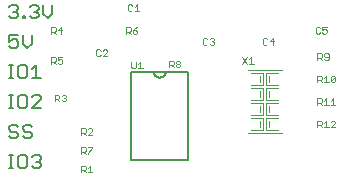
<source format=gtl>
G75*
%MOIN*%
%OFA0B0*%
%FSLAX25Y25*%
%IPPOS*%
%LPD*%
%AMOC8*
5,1,8,0,0,1.08239X$1,22.5*
%
%ADD10C,0.00200*%
%ADD11C,0.00500*%
%ADD12C,0.00400*%
D10*
X0054350Y0013150D02*
X0054350Y0015352D01*
X0055451Y0015352D01*
X0055818Y0014985D01*
X0055818Y0014251D01*
X0055451Y0013884D01*
X0054350Y0013884D01*
X0055084Y0013884D02*
X0055818Y0013150D01*
X0056560Y0013150D02*
X0058028Y0013150D01*
X0057294Y0013150D02*
X0057294Y0015352D01*
X0056560Y0014618D01*
X0056560Y0019400D02*
X0056560Y0019767D01*
X0058028Y0021235D01*
X0058028Y0021602D01*
X0056560Y0021602D01*
X0055818Y0021235D02*
X0055818Y0020501D01*
X0055451Y0020134D01*
X0054350Y0020134D01*
X0055084Y0020134D02*
X0055818Y0019400D01*
X0054350Y0019400D02*
X0054350Y0021602D01*
X0055451Y0021602D01*
X0055818Y0021235D01*
X0055818Y0025650D02*
X0055084Y0026384D01*
X0055451Y0026384D02*
X0054350Y0026384D01*
X0054350Y0025650D02*
X0054350Y0027852D01*
X0055451Y0027852D01*
X0055818Y0027485D01*
X0055818Y0026751D01*
X0055451Y0026384D01*
X0056560Y0025650D02*
X0058028Y0027118D01*
X0058028Y0027485D01*
X0057661Y0027852D01*
X0056927Y0027852D01*
X0056560Y0027485D01*
X0056560Y0025650D02*
X0058028Y0025650D01*
X0048911Y0036900D02*
X0048177Y0036900D01*
X0047810Y0037267D01*
X0047068Y0036900D02*
X0046334Y0037634D01*
X0046701Y0037634D02*
X0045600Y0037634D01*
X0045600Y0036900D02*
X0045600Y0039102D01*
X0046701Y0039102D01*
X0047068Y0038735D01*
X0047068Y0038001D01*
X0046701Y0037634D01*
X0047810Y0038735D02*
X0048177Y0039102D01*
X0048911Y0039102D01*
X0049278Y0038735D01*
X0049278Y0038368D01*
X0048911Y0038001D01*
X0049278Y0037634D01*
X0049278Y0037267D01*
X0048911Y0036900D01*
X0048911Y0038001D02*
X0048544Y0038001D01*
X0071100Y0048267D02*
X0071467Y0047900D01*
X0072201Y0047900D01*
X0072568Y0048267D01*
X0072568Y0050102D01*
X0073310Y0049368D02*
X0074044Y0050102D01*
X0074044Y0047900D01*
X0073310Y0047900D02*
X0074778Y0047900D01*
X0071100Y0048267D02*
X0071100Y0050102D01*
X0063008Y0051941D02*
X0061540Y0051941D01*
X0063008Y0053409D01*
X0063008Y0053776D01*
X0062641Y0054143D01*
X0061907Y0054143D01*
X0061540Y0053776D01*
X0060798Y0053776D02*
X0060431Y0054143D01*
X0059697Y0054143D01*
X0059330Y0053776D01*
X0059330Y0052308D01*
X0059697Y0051941D01*
X0060431Y0051941D01*
X0060798Y0052308D01*
X0048028Y0051602D02*
X0046560Y0051602D01*
X0046560Y0050501D01*
X0047294Y0050868D01*
X0047661Y0050868D01*
X0048028Y0050501D01*
X0048028Y0049767D01*
X0047661Y0049400D01*
X0046927Y0049400D01*
X0046560Y0049767D01*
X0045818Y0049400D02*
X0045084Y0050134D01*
X0045451Y0050134D02*
X0044350Y0050134D01*
X0044350Y0049400D02*
X0044350Y0051602D01*
X0045451Y0051602D01*
X0045818Y0051235D01*
X0045818Y0050501D01*
X0045451Y0050134D01*
X0045818Y0059400D02*
X0045084Y0060134D01*
X0045451Y0060134D02*
X0044350Y0060134D01*
X0044350Y0059400D02*
X0044350Y0061602D01*
X0045451Y0061602D01*
X0045818Y0061235D01*
X0045818Y0060501D01*
X0045451Y0060134D01*
X0046560Y0060501D02*
X0048028Y0060501D01*
X0047661Y0061602D02*
X0046560Y0060501D01*
X0047661Y0059400D02*
X0047661Y0061602D01*
X0069350Y0061602D02*
X0069350Y0059400D01*
X0069350Y0060134D02*
X0070451Y0060134D01*
X0070818Y0060501D01*
X0070818Y0061235D01*
X0070451Y0061602D01*
X0069350Y0061602D01*
X0071560Y0060501D02*
X0072661Y0060501D01*
X0073028Y0060134D01*
X0073028Y0059767D01*
X0072661Y0059400D01*
X0071927Y0059400D01*
X0071560Y0059767D01*
X0071560Y0060501D01*
X0072294Y0061235D01*
X0073028Y0061602D01*
X0070818Y0059400D02*
X0070084Y0060134D01*
X0070317Y0066959D02*
X0071051Y0066959D01*
X0071418Y0067326D01*
X0072160Y0066959D02*
X0073628Y0066959D01*
X0072894Y0066959D02*
X0072894Y0069161D01*
X0072160Y0068427D01*
X0071418Y0068794D02*
X0071051Y0069161D01*
X0070317Y0069161D01*
X0069950Y0068794D01*
X0069950Y0067326D01*
X0070317Y0066959D01*
X0094950Y0057544D02*
X0094950Y0056076D01*
X0095317Y0055709D01*
X0096051Y0055709D01*
X0096418Y0056076D01*
X0097160Y0056076D02*
X0097527Y0055709D01*
X0098261Y0055709D01*
X0098628Y0056076D01*
X0098628Y0056443D01*
X0098261Y0056810D01*
X0097894Y0056810D01*
X0098261Y0056810D02*
X0098628Y0057177D01*
X0098628Y0057544D01*
X0098261Y0057911D01*
X0097527Y0057911D01*
X0097160Y0057544D01*
X0096418Y0057544D02*
X0096051Y0057911D01*
X0095317Y0057911D01*
X0094950Y0057544D01*
X0108100Y0051602D02*
X0109568Y0049400D01*
X0110310Y0049400D02*
X0111778Y0049400D01*
X0111044Y0049400D02*
X0111044Y0051602D01*
X0110310Y0050868D01*
X0109568Y0051602D02*
X0108100Y0049400D01*
X0114950Y0056076D02*
X0115317Y0055709D01*
X0116051Y0055709D01*
X0116418Y0056076D01*
X0117160Y0056810D02*
X0118628Y0056810D01*
X0118261Y0057911D02*
X0117160Y0056810D01*
X0116418Y0057544D02*
X0116051Y0057911D01*
X0115317Y0057911D01*
X0114950Y0057544D01*
X0114950Y0056076D01*
X0118261Y0055709D02*
X0118261Y0057911D01*
X0132450Y0059826D02*
X0132817Y0059459D01*
X0133551Y0059459D01*
X0133918Y0059826D01*
X0134660Y0059826D02*
X0135027Y0059459D01*
X0135761Y0059459D01*
X0136128Y0059826D01*
X0136128Y0060560D01*
X0135761Y0060927D01*
X0135394Y0060927D01*
X0134660Y0060560D01*
X0134660Y0061661D01*
X0136128Y0061661D01*
X0133918Y0061294D02*
X0133551Y0061661D01*
X0132817Y0061661D01*
X0132450Y0061294D01*
X0132450Y0059826D01*
X0133100Y0052852D02*
X0134201Y0052852D01*
X0134568Y0052485D01*
X0134568Y0051751D01*
X0134201Y0051384D01*
X0133100Y0051384D01*
X0133834Y0051384D02*
X0134568Y0050650D01*
X0135310Y0051017D02*
X0135677Y0050650D01*
X0136411Y0050650D01*
X0136778Y0051017D01*
X0136778Y0052485D01*
X0136411Y0052852D01*
X0135677Y0052852D01*
X0135310Y0052485D01*
X0135310Y0052118D01*
X0135677Y0051751D01*
X0136778Y0051751D01*
X0133100Y0050650D02*
X0133100Y0052852D01*
X0133100Y0045352D02*
X0134201Y0045352D01*
X0134568Y0044985D01*
X0134568Y0044251D01*
X0134201Y0043884D01*
X0133100Y0043884D01*
X0133834Y0043884D02*
X0134568Y0043150D01*
X0135310Y0043150D02*
X0136778Y0043150D01*
X0136044Y0043150D02*
X0136044Y0045352D01*
X0135310Y0044618D01*
X0133100Y0045352D02*
X0133100Y0043150D01*
X0137520Y0043517D02*
X0137520Y0044985D01*
X0137887Y0045352D01*
X0138621Y0045352D01*
X0138988Y0044985D01*
X0137520Y0043517D01*
X0137887Y0043150D01*
X0138621Y0043150D01*
X0138988Y0043517D01*
X0138988Y0044985D01*
X0138254Y0037852D02*
X0138254Y0035650D01*
X0137520Y0035650D02*
X0138988Y0035650D01*
X0137520Y0037118D02*
X0138254Y0037852D01*
X0136044Y0037852D02*
X0136044Y0035650D01*
X0135310Y0035650D02*
X0136778Y0035650D01*
X0134568Y0035650D02*
X0133834Y0036384D01*
X0134201Y0036384D02*
X0133100Y0036384D01*
X0133100Y0035650D02*
X0133100Y0037852D01*
X0134201Y0037852D01*
X0134568Y0037485D01*
X0134568Y0036751D01*
X0134201Y0036384D01*
X0135310Y0037118D02*
X0136044Y0037852D01*
X0136044Y0030352D02*
X0136044Y0028150D01*
X0135310Y0028150D02*
X0136778Y0028150D01*
X0137520Y0028150D02*
X0138988Y0029618D01*
X0138988Y0029985D01*
X0138621Y0030352D01*
X0137887Y0030352D01*
X0137520Y0029985D01*
X0136044Y0030352D02*
X0135310Y0029618D01*
X0134568Y0029985D02*
X0134568Y0029251D01*
X0134201Y0028884D01*
X0133100Y0028884D01*
X0133834Y0028884D02*
X0134568Y0028150D01*
X0133100Y0028150D02*
X0133100Y0030352D01*
X0134201Y0030352D01*
X0134568Y0029985D01*
X0137520Y0028150D02*
X0138988Y0028150D01*
X0087358Y0048617D02*
X0086991Y0048250D01*
X0086257Y0048250D01*
X0085890Y0048617D01*
X0085890Y0048984D01*
X0086257Y0049351D01*
X0086991Y0049351D01*
X0087358Y0048984D01*
X0087358Y0048617D01*
X0086991Y0049351D02*
X0087358Y0049718D01*
X0087358Y0050085D01*
X0086991Y0050452D01*
X0086257Y0050452D01*
X0085890Y0050085D01*
X0085890Y0049718D01*
X0086257Y0049351D01*
X0085148Y0049351D02*
X0084781Y0048984D01*
X0083680Y0048984D01*
X0083680Y0048250D02*
X0083680Y0050452D01*
X0084781Y0050452D01*
X0085148Y0050085D01*
X0085148Y0049351D01*
X0084414Y0048984D02*
X0085148Y0048250D01*
D11*
X0031751Y0014550D02*
X0030250Y0014550D01*
X0031001Y0014550D02*
X0031001Y0019054D01*
X0031751Y0019054D02*
X0030250Y0019054D01*
X0033319Y0018303D02*
X0033319Y0015301D01*
X0034070Y0014550D01*
X0035571Y0014550D01*
X0036322Y0015301D01*
X0036322Y0018303D01*
X0035571Y0019054D01*
X0034070Y0019054D01*
X0033319Y0018303D01*
X0037923Y0018303D02*
X0038674Y0019054D01*
X0040175Y0019054D01*
X0040926Y0018303D01*
X0040926Y0017553D01*
X0040175Y0016802D01*
X0040926Y0016051D01*
X0040926Y0015301D01*
X0040175Y0014550D01*
X0038674Y0014550D01*
X0037923Y0015301D01*
X0039424Y0016802D02*
X0040175Y0016802D01*
X0037106Y0024550D02*
X0035605Y0024550D01*
X0034854Y0025301D01*
X0033253Y0025301D02*
X0032502Y0024550D01*
X0031001Y0024550D01*
X0030250Y0025301D01*
X0031001Y0026802D02*
X0032502Y0026802D01*
X0033253Y0026051D01*
X0033253Y0025301D01*
X0031001Y0026802D02*
X0030250Y0027553D01*
X0030250Y0028303D01*
X0031001Y0029054D01*
X0032502Y0029054D01*
X0033253Y0028303D01*
X0034854Y0028303D02*
X0034854Y0027553D01*
X0035605Y0026802D01*
X0037106Y0026802D01*
X0037856Y0026051D01*
X0037856Y0025301D01*
X0037106Y0024550D01*
X0037856Y0028303D02*
X0037106Y0029054D01*
X0035605Y0029054D01*
X0034854Y0028303D01*
X0035571Y0034550D02*
X0034070Y0034550D01*
X0033319Y0035301D01*
X0033319Y0038303D01*
X0034070Y0039054D01*
X0035571Y0039054D01*
X0036322Y0038303D01*
X0036322Y0035301D01*
X0035571Y0034550D01*
X0037923Y0034550D02*
X0040926Y0037553D01*
X0040926Y0038303D01*
X0040175Y0039054D01*
X0038674Y0039054D01*
X0037923Y0038303D01*
X0031751Y0039054D02*
X0030250Y0039054D01*
X0031001Y0039054D02*
X0031001Y0034550D01*
X0031751Y0034550D02*
X0030250Y0034550D01*
X0037923Y0034550D02*
X0040926Y0034550D01*
X0040926Y0044550D02*
X0037923Y0044550D01*
X0039424Y0044550D02*
X0039424Y0049054D01*
X0037923Y0047553D01*
X0036322Y0048303D02*
X0035571Y0049054D01*
X0034070Y0049054D01*
X0033319Y0048303D01*
X0033319Y0045301D01*
X0034070Y0044550D01*
X0035571Y0044550D01*
X0036322Y0045301D01*
X0036322Y0048303D01*
X0031751Y0049054D02*
X0030250Y0049054D01*
X0031001Y0049054D02*
X0031001Y0044550D01*
X0031751Y0044550D02*
X0030250Y0044550D01*
X0031001Y0054550D02*
X0030250Y0055301D01*
X0031001Y0054550D02*
X0032502Y0054550D01*
X0033253Y0055301D01*
X0033253Y0056802D01*
X0032502Y0057553D01*
X0031751Y0057553D01*
X0030250Y0056802D01*
X0030250Y0059054D01*
X0033253Y0059054D01*
X0034854Y0059054D02*
X0034854Y0056051D01*
X0036355Y0054550D01*
X0037856Y0056051D01*
X0037856Y0059054D01*
X0037907Y0064550D02*
X0037156Y0065301D01*
X0037907Y0064550D02*
X0039408Y0064550D01*
X0040158Y0065301D01*
X0040158Y0066051D01*
X0039408Y0066802D01*
X0038657Y0066802D01*
X0039408Y0066802D02*
X0040158Y0067553D01*
X0040158Y0068303D01*
X0039408Y0069054D01*
X0037907Y0069054D01*
X0037156Y0068303D01*
X0033253Y0068303D02*
X0033253Y0067553D01*
X0032502Y0066802D01*
X0033253Y0066051D01*
X0033253Y0065301D01*
X0032502Y0064550D01*
X0031001Y0064550D01*
X0030250Y0065301D01*
X0031751Y0066802D02*
X0032502Y0066802D01*
X0033253Y0068303D02*
X0032502Y0069054D01*
X0031001Y0069054D01*
X0030250Y0068303D01*
X0034854Y0065301D02*
X0035605Y0065301D01*
X0035605Y0064550D01*
X0034854Y0064550D01*
X0034854Y0065301D01*
X0041760Y0066051D02*
X0041760Y0069054D01*
X0044762Y0069054D02*
X0044762Y0066051D01*
X0043261Y0064550D01*
X0041760Y0066051D01*
X0071000Y0046800D02*
X0078500Y0046800D01*
X0082500Y0046800D01*
X0090000Y0046800D01*
X0090000Y0017300D01*
X0071000Y0017300D01*
X0071000Y0046800D01*
X0078500Y0046800D02*
X0078502Y0046712D01*
X0078508Y0046623D01*
X0078518Y0046535D01*
X0078531Y0046448D01*
X0078549Y0046361D01*
X0078570Y0046275D01*
X0078595Y0046190D01*
X0078624Y0046107D01*
X0078657Y0046024D01*
X0078693Y0045944D01*
X0078732Y0045865D01*
X0078775Y0045787D01*
X0078822Y0045712D01*
X0078872Y0045639D01*
X0078925Y0045568D01*
X0078981Y0045499D01*
X0079040Y0045433D01*
X0079102Y0045370D01*
X0079166Y0045310D01*
X0079233Y0045252D01*
X0079303Y0045198D01*
X0079375Y0045146D01*
X0079449Y0045098D01*
X0079526Y0045053D01*
X0079604Y0045012D01*
X0079684Y0044974D01*
X0079765Y0044940D01*
X0079848Y0044909D01*
X0079933Y0044882D01*
X0080018Y0044859D01*
X0080104Y0044840D01*
X0080192Y0044824D01*
X0080279Y0044812D01*
X0080367Y0044804D01*
X0080456Y0044800D01*
X0080544Y0044800D01*
X0080633Y0044804D01*
X0080721Y0044812D01*
X0080808Y0044824D01*
X0080896Y0044840D01*
X0080982Y0044859D01*
X0081067Y0044882D01*
X0081152Y0044909D01*
X0081235Y0044940D01*
X0081316Y0044974D01*
X0081396Y0045012D01*
X0081474Y0045053D01*
X0081551Y0045098D01*
X0081625Y0045146D01*
X0081697Y0045198D01*
X0081767Y0045252D01*
X0081834Y0045310D01*
X0081898Y0045370D01*
X0081960Y0045433D01*
X0082019Y0045499D01*
X0082075Y0045568D01*
X0082128Y0045639D01*
X0082178Y0045712D01*
X0082225Y0045787D01*
X0082268Y0045865D01*
X0082307Y0045944D01*
X0082343Y0046024D01*
X0082376Y0046107D01*
X0082405Y0046190D01*
X0082430Y0046275D01*
X0082451Y0046361D01*
X0082469Y0046448D01*
X0082482Y0046535D01*
X0082492Y0046623D01*
X0082498Y0046712D01*
X0082500Y0046800D01*
D12*
X0109791Y0047430D02*
X0121209Y0047430D01*
X0120000Y0046300D02*
X0116000Y0046300D01*
X0116000Y0042300D01*
X0120000Y0042300D01*
X0120000Y0041300D02*
X0116000Y0041300D01*
X0116000Y0037300D01*
X0120000Y0037300D01*
X0120000Y0036300D02*
X0116000Y0036300D01*
X0116000Y0032300D01*
X0120000Y0032300D01*
X0120000Y0031300D02*
X0116000Y0031300D01*
X0116000Y0027300D01*
X0120000Y0027300D01*
X0121209Y0026170D02*
X0109791Y0026170D01*
X0111000Y0027300D02*
X0115000Y0027300D01*
X0115000Y0031300D01*
X0111000Y0031300D01*
X0111000Y0032300D02*
X0115000Y0032300D01*
X0115000Y0036300D01*
X0111000Y0036300D01*
X0111000Y0037300D02*
X0115000Y0037300D01*
X0115000Y0041300D01*
X0111000Y0041300D01*
X0111000Y0042300D02*
X0115000Y0042300D01*
X0115000Y0046300D01*
X0111000Y0046300D01*
X0114000Y0045300D02*
X0114000Y0043300D01*
X0117000Y0043300D02*
X0117000Y0045300D01*
X0117000Y0040300D02*
X0117000Y0038300D01*
X0114000Y0038300D02*
X0114000Y0040300D01*
X0114000Y0035300D02*
X0114000Y0033300D01*
X0117000Y0033300D02*
X0117000Y0035300D01*
X0117000Y0030300D02*
X0117000Y0028300D01*
X0114000Y0028300D02*
X0114000Y0030300D01*
M02*

</source>
